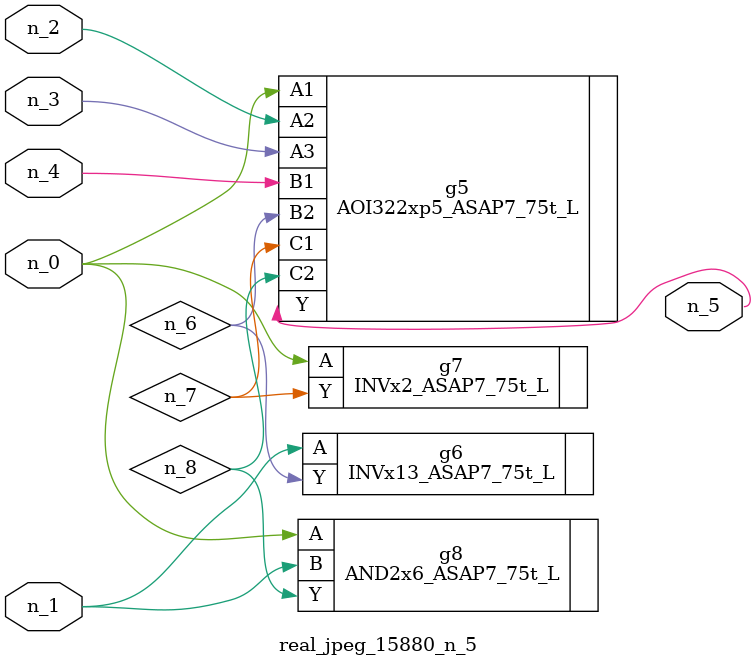
<source format=v>
module real_jpeg_15880_n_5 (n_4, n_0, n_1, n_2, n_3, n_5);

input n_4;
input n_0;
input n_1;
input n_2;
input n_3;

output n_5;

wire n_8;
wire n_6;
wire n_7;

AOI322xp5_ASAP7_75t_L g5 ( 
.A1(n_0),
.A2(n_2),
.A3(n_3),
.B1(n_4),
.B2(n_6),
.C1(n_7),
.C2(n_8),
.Y(n_5)
);

INVx2_ASAP7_75t_L g7 ( 
.A(n_0),
.Y(n_7)
);

AND2x6_ASAP7_75t_L g8 ( 
.A(n_0),
.B(n_1),
.Y(n_8)
);

INVx13_ASAP7_75t_L g6 ( 
.A(n_1),
.Y(n_6)
);


endmodule
</source>
